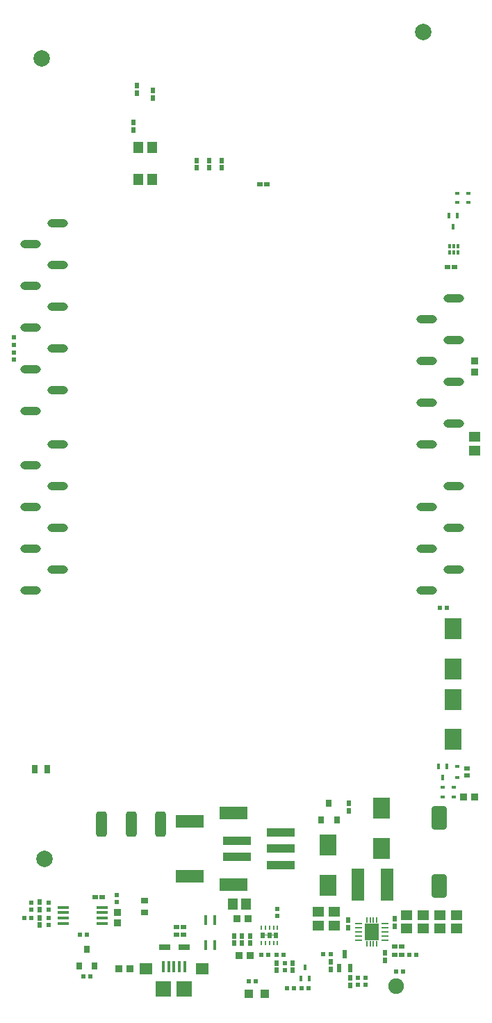
<source format=gtp>
G04 Layer_Color=7318015*
%FSLAX44Y44*%
%MOMM*%
G71*
G01*
G75*
%ADD10C,2.0000*%
%ADD11R,0.8500X0.2800*%
%ADD12R,1.7000X2.1500*%
%ADD13R,0.2500X0.7000*%
%ADD14O,1.4000X0.3700*%
%ADD15R,1.2500X1.4500*%
%ADD16R,0.8000X1.0000*%
%ADD17O,2.5000X1.0000*%
%ADD18R,0.5500X0.6000*%
%ADD19R,0.6200X0.6600*%
%ADD20R,0.6600X0.6200*%
%ADD21R,0.4800X0.4000*%
%ADD22R,0.3500X0.8000*%
G04:AMPARAMS|DCode=23|XSize=0.3mm|YSize=0.52mm|CornerRadius=0.03mm|HoleSize=0mm|Usage=FLASHONLY|Rotation=180.000|XOffset=0mm|YOffset=0mm|HoleType=Round|Shape=RoundedRectangle|*
%AMROUNDEDRECTD23*
21,1,0.3000,0.4600,0,0,180.0*
21,1,0.2400,0.5200,0,0,180.0*
1,1,0.0600,-0.1200,0.2300*
1,1,0.0600,0.1200,0.2300*
1,1,0.0600,0.1200,-0.2300*
1,1,0.0600,-0.1200,-0.2300*
%
%ADD23ROUNDEDRECTD23*%
%ADD24R,0.6000X0.5500*%
%ADD25R,2.0000X2.5000*%
%ADD26R,0.8500X0.9500*%
G04:AMPARAMS|DCode=27|XSize=2.8mm|YSize=1.8mm|CornerRadius=0.27mm|HoleSize=0mm|Usage=FLASHONLY|Rotation=270.000|XOffset=0mm|YOffset=0mm|HoleType=Round|Shape=RoundedRectangle|*
%AMROUNDEDRECTD27*
21,1,2.8000,1.2600,0,0,270.0*
21,1,2.2600,1.8000,0,0,270.0*
1,1,0.5400,-0.6300,-1.1300*
1,1,0.5400,-0.6300,1.1300*
1,1,0.5400,0.6300,1.1300*
1,1,0.5400,0.6300,-1.1300*
%
%ADD27ROUNDEDRECTD27*%
%ADD28R,1.5000X4.0000*%
%ADD29R,0.5000X1.0500*%
%ADD30R,1.4500X1.2500*%
%ADD31C,1.9050*%
%ADD32R,0.8000X0.9000*%
%ADD33R,3.5000X1.0160*%
%ADD34R,3.4000X1.6002*%
%ADD35R,0.4000X1.3000*%
%ADD38R,1.1000X1.1000*%
%ADD39R,0.4000X1.3500*%
%ADD40R,1.6000X1.4000*%
%ADD41R,1.9000X1.9000*%
%ADD42R,1.3500X0.6500*%
%ADD43R,0.9000X0.7000*%
%ADD44R,0.9500X0.8500*%
%ADD45R,0.8500X0.9000*%
%ADD46R,0.9000X0.8500*%
G04:AMPARAMS|DCode=47|XSize=3.1mm|YSize=1.3mm|CornerRadius=0.325mm|HoleSize=0mm|Usage=FLASHONLY|Rotation=270.000|XOffset=0mm|YOffset=0mm|HoleType=Round|Shape=RoundedRectangle|*
%AMROUNDEDRECTD47*
21,1,3.1000,0.6500,0,0,270.0*
21,1,2.4500,1.3000,0,0,270.0*
1,1,0.6500,-0.3250,-1.2250*
1,1,0.6500,-0.3250,1.2250*
1,1,0.6500,0.3250,1.2250*
1,1,0.6500,0.3250,-1.2250*
%
%ADD47ROUNDEDRECTD47*%
%ADD88R,0.2500X0.5000*%
%ADD89R,0.6000X0.6400*%
%ADD90R,1.5600X0.0000*%
D10*
X4168658Y3209000D02*
D03*
X3704000Y3177000D02*
D03*
X3707000Y2203000D02*
D03*
D11*
X4121750Y2104000D02*
D03*
Y2109000D02*
D03*
Y2114000D02*
D03*
Y2119000D02*
D03*
Y2124000D02*
D03*
X4090250D02*
D03*
Y2119000D02*
D03*
Y2114000D02*
D03*
Y2109000D02*
D03*
Y2104000D02*
D03*
D12*
X4106000Y2114000D02*
D03*
D13*
X4112000Y2099750D02*
D03*
X4108000D02*
D03*
X4104000D02*
D03*
X4100000D02*
D03*
X4112000Y2128250D02*
D03*
X4108000D02*
D03*
X4104000D02*
D03*
X4100000D02*
D03*
D14*
X3730500Y2143750D02*
D03*
Y2137250D02*
D03*
Y2130750D02*
D03*
Y2124250D02*
D03*
X3777500Y2143750D02*
D03*
Y2137250D02*
D03*
Y2130750D02*
D03*
Y2124250D02*
D03*
D15*
X3953000Y2148000D02*
D03*
X3936500D02*
D03*
X3821750Y3069000D02*
D03*
X3838250D02*
D03*
X3821750Y3029635D02*
D03*
X3838250D02*
D03*
D16*
X3695500Y2312000D02*
D03*
X3710500D02*
D03*
D17*
X3689920Y2681510D02*
D03*
X3722920Y2706910D02*
D03*
X3689920Y2630710D02*
D03*
X3722920Y2656110D02*
D03*
X3689920Y2529110D02*
D03*
X3722920Y2554510D02*
D03*
Y2605310D02*
D03*
X3689920Y2579910D02*
D03*
X3689920Y2950750D02*
D03*
X3722920Y2976151D02*
D03*
X3689920Y2798351D02*
D03*
X3722920Y2823750D02*
D03*
Y2772950D02*
D03*
X3689920Y2747550D02*
D03*
X3722920Y2874550D02*
D03*
X3689920Y2849150D02*
D03*
X3722920Y2925350D02*
D03*
X3689920Y2899950D02*
D03*
X4205520Y2732310D02*
D03*
X4172520Y2706910D02*
D03*
X4205520Y2783110D02*
D03*
X4172520Y2757710D02*
D03*
X4205520Y2884710D02*
D03*
X4172520Y2859310D02*
D03*
Y2808510D02*
D03*
X4205520Y2833911D02*
D03*
Y2605310D02*
D03*
X4172520Y2579910D02*
D03*
Y2630710D02*
D03*
X4205520Y2656110D02*
D03*
X4172520Y2529110D02*
D03*
X4205520Y2554510D02*
D03*
D18*
X3670090Y2828750D02*
D03*
Y2837250D02*
D03*
Y2819000D02*
D03*
Y2810500D02*
D03*
X4089000Y2049250D02*
D03*
Y2057750D02*
D03*
X4098000D02*
D03*
Y2049250D02*
D03*
X3991000Y2141500D02*
D03*
Y2133000D02*
D03*
X4000000Y2067500D02*
D03*
Y2076000D02*
D03*
X3712000Y2141118D02*
D03*
Y2149618D02*
D03*
Y2131000D02*
D03*
Y2122500D02*
D03*
X3691000Y2141000D02*
D03*
Y2149500D02*
D03*
X3795000Y2158250D02*
D03*
Y2149750D02*
D03*
D19*
X3819930Y3143800D02*
D03*
Y3135000D02*
D03*
X3839000Y3129000D02*
D03*
Y3137800D02*
D03*
X3816000Y3099000D02*
D03*
Y3090200D02*
D03*
X3892515Y3052800D02*
D03*
Y3044000D02*
D03*
X3908000Y3052800D02*
D03*
Y3044000D02*
D03*
X3923000Y3052800D02*
D03*
Y3044000D02*
D03*
X4134000Y2129457D02*
D03*
Y2120657D02*
D03*
X4122000Y2088000D02*
D03*
Y2079200D02*
D03*
X4079434Y2057750D02*
D03*
Y2048950D02*
D03*
X4055657Y2077000D02*
D03*
Y2068200D02*
D03*
X4077000Y2127800D02*
D03*
Y2119000D02*
D03*
X4077907Y2270000D02*
D03*
Y2261200D02*
D03*
X3938000Y2100060D02*
D03*
Y2108860D02*
D03*
X3948000Y2100060D02*
D03*
Y2108860D02*
D03*
X3958000Y2100060D02*
D03*
Y2108860D02*
D03*
X3990000Y2076000D02*
D03*
Y2067200D02*
D03*
X4009500Y2076000D02*
D03*
Y2067200D02*
D03*
X3701000Y2141118D02*
D03*
Y2149918D02*
D03*
Y2130750D02*
D03*
Y2121950D02*
D03*
D20*
X3978400Y3023785D02*
D03*
X3969600D02*
D03*
X4198315Y2923374D02*
D03*
X4207114D02*
D03*
X4221966Y2313100D02*
D03*
Y2304300D02*
D03*
X4142400Y2096000D02*
D03*
X4133600D02*
D03*
X4142400Y2085750D02*
D03*
X4133600D02*
D03*
X3868200Y2120000D02*
D03*
X3877000D02*
D03*
X3868200Y2110000D02*
D03*
X3877000D02*
D03*
X3777500Y2156000D02*
D03*
X3768700D02*
D03*
D21*
X4210400Y3013000D02*
D03*
X4223600D02*
D03*
X4210400Y3002000D02*
D03*
X4223600D02*
D03*
X4210400Y2301900D02*
D03*
Y2315100D02*
D03*
X4205560Y2290000D02*
D03*
X4192360D02*
D03*
X4192430Y2278000D02*
D03*
X4205630D02*
D03*
D22*
X4205000Y2972500D02*
D03*
X4200000Y2986000D02*
D03*
X4210000D02*
D03*
X4192400Y2302000D02*
D03*
X4187400Y2315500D02*
D03*
X4197400D02*
D03*
X4025000Y2070750D02*
D03*
X4030000Y2057250D02*
D03*
X4020000D02*
D03*
D23*
X4210714Y2948374D02*
D03*
X4205714Y2940674D02*
D03*
X4200714Y2948374D02*
D03*
Y2940674D02*
D03*
X4205714Y2948374D02*
D03*
X4210714Y2940674D02*
D03*
D24*
X4197500Y2508000D02*
D03*
X4189000D02*
D03*
X4152045Y2085750D02*
D03*
X4160545D02*
D03*
X4136000Y2065750D02*
D03*
X4144500D02*
D03*
X4055657Y2087000D02*
D03*
X4047157D02*
D03*
X3998500Y2086000D02*
D03*
X3990000D02*
D03*
X3971750D02*
D03*
X3980250D02*
D03*
X4029000Y2045000D02*
D03*
X4020500D02*
D03*
X4011000D02*
D03*
X4002500D02*
D03*
X3964250Y2054000D02*
D03*
X3955750D02*
D03*
X3691250Y2130750D02*
D03*
X3682750D02*
D03*
X3759000Y2110000D02*
D03*
X3750500D02*
D03*
X3754750Y2059720D02*
D03*
X3763250D02*
D03*
D25*
X4205280Y2482500D02*
D03*
Y2434000D02*
D03*
X4205081Y2347921D02*
D03*
Y2396421D02*
D03*
X4053000Y2219250D02*
D03*
Y2170750D02*
D03*
X4117523Y2215750D02*
D03*
Y2264250D02*
D03*
D26*
X4218000Y2278000D02*
D03*
X4231500D02*
D03*
X3955000Y2130000D02*
D03*
X3941500D02*
D03*
X3957500Y2084560D02*
D03*
X3944000D02*
D03*
D27*
X4188000Y2252500D02*
D03*
Y2169500D02*
D03*
D28*
X4089000Y2171500D02*
D03*
X4125000D02*
D03*
D29*
X4066434Y2069500D02*
D03*
X4079434D02*
D03*
X4072934Y2087000D02*
D03*
D30*
X4148658Y2117560D02*
D03*
Y2134060D02*
D03*
X4168658Y2117560D02*
D03*
Y2134060D02*
D03*
X4188658Y2117560D02*
D03*
Y2134060D02*
D03*
X4209000Y2117560D02*
D03*
Y2134061D02*
D03*
X4060657Y2121750D02*
D03*
Y2138250D02*
D03*
X4040657Y2121750D02*
D03*
Y2138250D02*
D03*
X4231000Y2700000D02*
D03*
Y2716500D02*
D03*
D31*
X4136000Y2048000D02*
D03*
D32*
X4044407Y2250000D02*
D03*
X4063407D02*
D03*
X4053907Y2270000D02*
D03*
X3749500Y2072600D02*
D03*
X3768500D02*
D03*
X3759000Y2092600D02*
D03*
D33*
X3994750Y2235000D02*
D03*
Y2215000D02*
D03*
Y2195000D02*
D03*
X3942000Y2225000D02*
D03*
Y2205000D02*
D03*
D34*
X3937250Y2258500D02*
D03*
Y2171500D02*
D03*
X3884500Y2248500D02*
D03*
Y2181500D02*
D03*
D35*
X3915095Y2097741D02*
D03*
X3903595D02*
D03*
Y2127741D02*
D03*
X3915095D02*
D03*
D38*
X3976000Y2038000D02*
D03*
X3956000D02*
D03*
D39*
X3865000Y2071250D02*
D03*
X3858500D02*
D03*
X3871500D02*
D03*
X3878000D02*
D03*
X3852000D02*
D03*
D40*
X3831000Y2069000D02*
D03*
X3899036D02*
D03*
D41*
X3877700Y2044500D02*
D03*
X3852300D02*
D03*
D42*
X3877500Y2095000D02*
D03*
X3853500D02*
D03*
D43*
X3828960Y2137620D02*
D03*
Y2151620D02*
D03*
D44*
X3796000Y2137860D02*
D03*
Y2124360D02*
D03*
D45*
X3798000Y2068850D02*
D03*
X3811000D02*
D03*
D46*
X4231166Y2808510D02*
D03*
Y2795510D02*
D03*
D47*
X3848355Y2245000D02*
D03*
X3812678D02*
D03*
X3777000D02*
D03*
D88*
X3971247Y2100060D02*
D03*
X3976249Y2100063D02*
D03*
X3981249D02*
D03*
X3986247Y2100060D02*
D03*
X3991247D02*
D03*
X3971250Y2119057D02*
D03*
X3976253Y2119061D02*
D03*
X3981253D02*
D03*
X3986250Y2119057D02*
D03*
X3991250D02*
D03*
D89*
X3973250Y2109560D02*
D03*
X3981250Y2109557D02*
D03*
X3989250Y2109560D02*
D03*
D90*
X3981250Y2109560D02*
D03*
M02*

</source>
